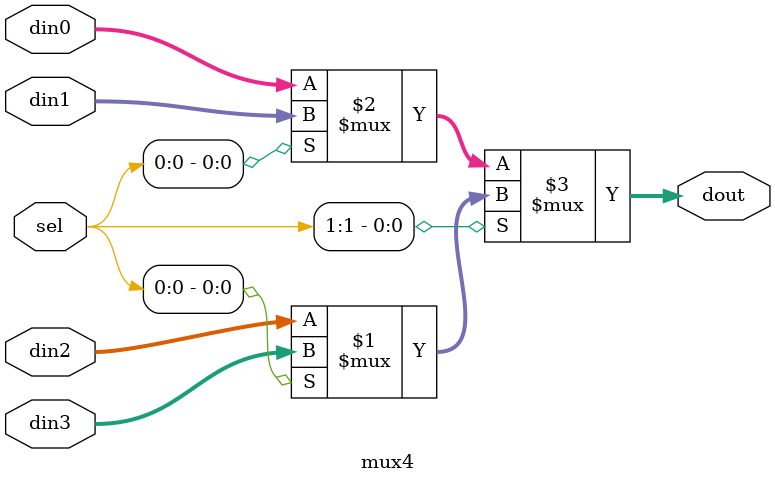
<source format=v>
module mux4 #(
  parameter WIDTH=8
  )(
  input [WIDTH-1:0] din0, din1, din2, din3,
  input [1:0] sel,
  output [WIDTH-1:0] dout
);

  /*
  always @(*) begin
    case(sel):
      2'd0: dout = din0;
      2'd1: dout = din1;
      2'd2: dout = din2;
      2'd3: dout = din3;
    endcase
  end
  */

  assign dout = sel[1] ? (sel[0] ? din3 : din2) : (sel[0] ? din1 : din0); 

endmodule

</source>
